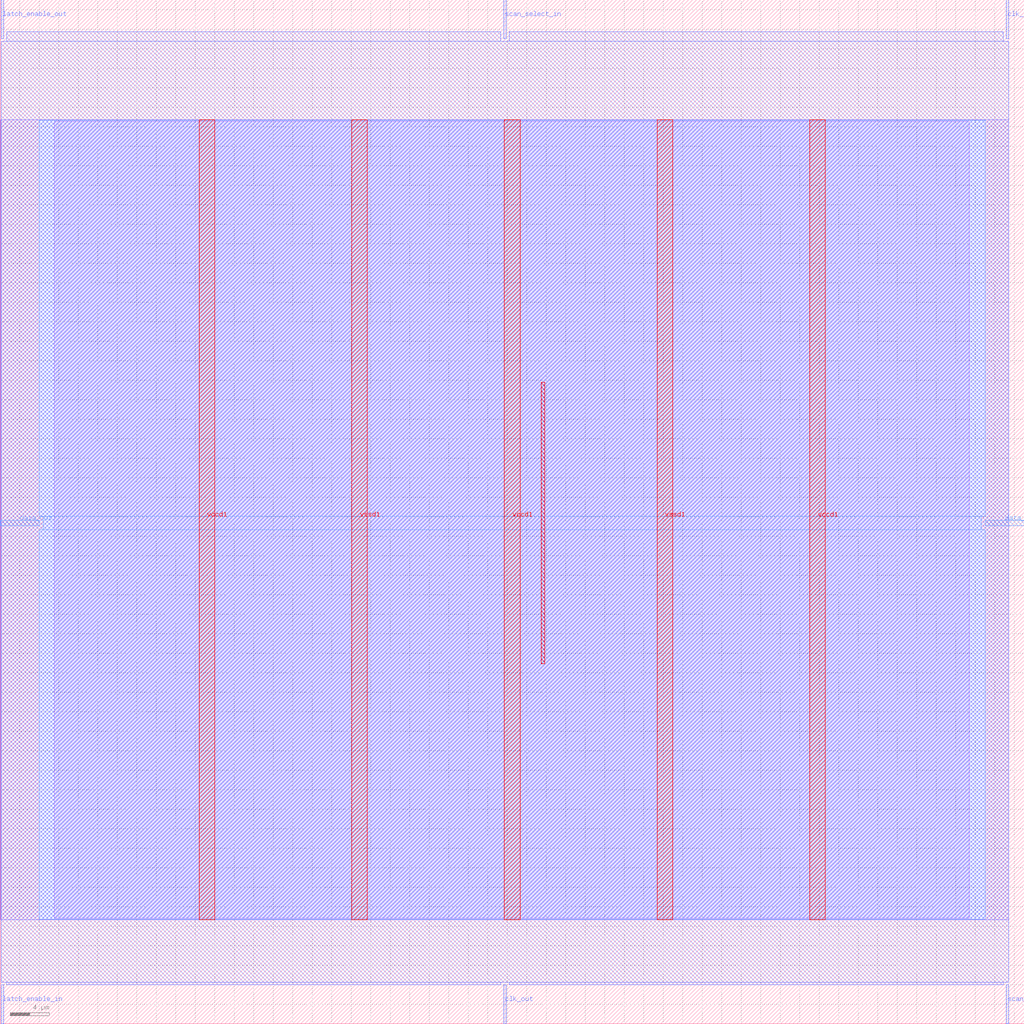
<source format=lef>
VERSION 5.7 ;
  NOWIREEXTENSIONATPIN ON ;
  DIVIDERCHAR "/" ;
  BUSBITCHARS "[]" ;
MACRO scan_wrapper_341277789473735250
  CLASS BLOCK ;
  FOREIGN scan_wrapper_341277789473735250 ;
  ORIGIN 0.000 0.000 ;
  SIZE 105.000 BY 105.000 ;
  PIN clk_in
    DIRECTION INPUT ;
    USE SIGNAL ;
    PORT
      LAYER met2 ;
        RECT 103.130 101.000 103.410 105.000 ;
    END
  END clk_in
  PIN clk_out
    DIRECTION OUTPUT TRISTATE ;
    USE SIGNAL ;
    PORT
      LAYER met2 ;
        RECT 51.610 0.000 51.890 4.000 ;
    END
  END clk_out
  PIN data_in
    DIRECTION INPUT ;
    USE SIGNAL ;
    PORT
      LAYER met3 ;
        RECT 101.000 51.040 105.000 51.640 ;
    END
  END data_in
  PIN data_out
    DIRECTION OUTPUT TRISTATE ;
    USE SIGNAL ;
    PORT
      LAYER met3 ;
        RECT 0.000 51.040 4.000 51.640 ;
    END
  END data_out
  PIN latch_enable_in
    DIRECTION INPUT ;
    USE SIGNAL ;
    PORT
      LAYER met2 ;
        RECT 0.090 0.000 0.370 4.000 ;
    END
  END latch_enable_in
  PIN latch_enable_out
    DIRECTION OUTPUT TRISTATE ;
    USE SIGNAL ;
    PORT
      LAYER met2 ;
        RECT 0.090 101.000 0.370 105.000 ;
    END
  END latch_enable_out
  PIN scan_select_in
    DIRECTION INPUT ;
    USE SIGNAL ;
    PORT
      LAYER met2 ;
        RECT 51.610 101.000 51.890 105.000 ;
    END
  END scan_select_in
  PIN scan_select_out
    DIRECTION OUTPUT TRISTATE ;
    USE SIGNAL ;
    PORT
      LAYER met2 ;
        RECT 103.130 0.000 103.410 4.000 ;
    END
  END scan_select_out
  PIN vccd1
    DIRECTION INPUT ;
    USE POWER ;
    PORT
      LAYER met4 ;
        RECT 20.380 10.640 21.980 92.720 ;
    END
    PORT
      LAYER met4 ;
        RECT 51.700 10.640 53.300 92.720 ;
    END
    PORT
      LAYER met4 ;
        RECT 83.020 10.640 84.620 92.720 ;
    END
  END vccd1
  PIN vssd1
    DIRECTION INPUT ;
    USE GROUND ;
    PORT
      LAYER met4 ;
        RECT 36.040 10.640 37.640 92.720 ;
    END
    PORT
      LAYER met4 ;
        RECT 67.360 10.640 68.960 92.720 ;
    END
  END vssd1
  OBS
      LAYER li1 ;
        RECT 5.520 10.795 99.360 92.565 ;
      LAYER met1 ;
        RECT 0.070 10.640 103.430 92.720 ;
      LAYER met2 ;
        RECT 0.650 100.720 51.330 101.730 ;
        RECT 52.170 100.720 102.850 101.730 ;
        RECT 0.100 4.280 103.400 100.720 ;
        RECT 0.650 4.000 51.330 4.280 ;
        RECT 52.170 4.000 102.850 4.280 ;
      LAYER met3 ;
        RECT 4.000 52.040 101.000 92.645 ;
        RECT 4.400 50.640 100.600 52.040 ;
        RECT 4.000 10.715 101.000 50.640 ;
      LAYER met4 ;
        RECT 55.495 36.895 55.825 65.785 ;
  END
END scan_wrapper_341277789473735250
END LIBRARY


</source>
